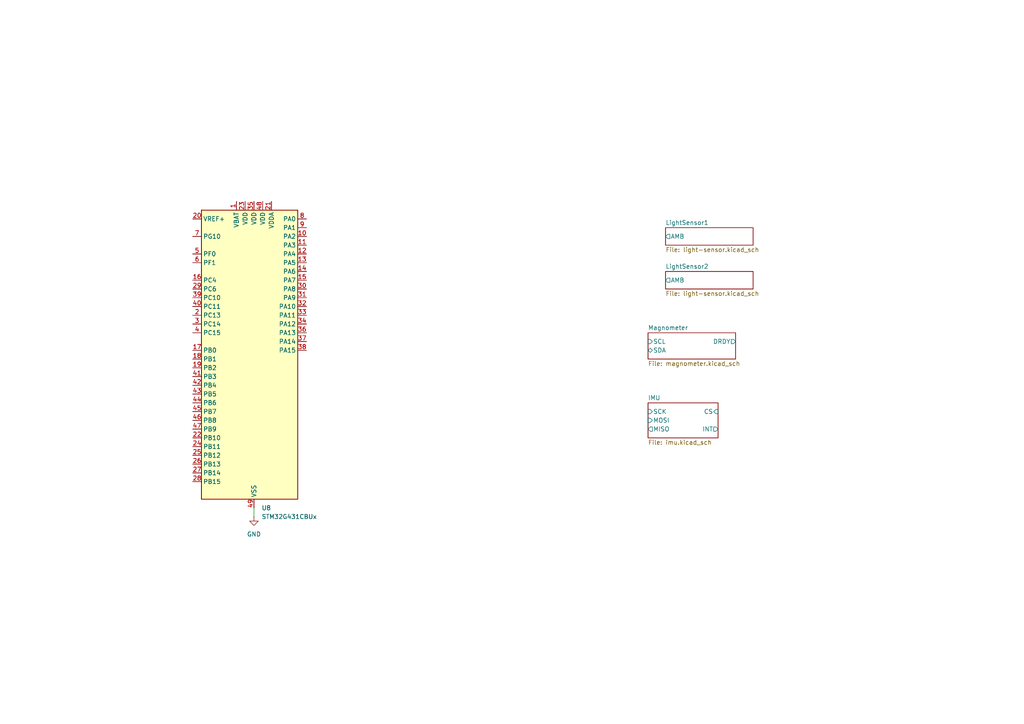
<source format=kicad_sch>
(kicad_sch (version 20231120) (generator "eeschema") (generator_version "8.0")
  (paper "A4")
  (lib_symbols
    (symbol "MCU_ST_STM32G4:STM32G431CBUx"
      (property "Reference" "U" (at -12.7 44.45 0))
      (property "Value" "STM32G431CBUx" (at 10.16 44.45 0))
      (symbol "STM32G431CBUx_0_1"
        (rectangle (start -12.7 -40.64) (end 15.24 43.18) (stroke (width 0.254)) (fill (type background)))
      )
      (symbol "STM32G431CBUx_1_1"
        (pin power_in line (at -2.54 45.72 270) (length 2.54) (name "VBAT") (number "1"))
        (pin bidirectional line (at 17.78 35.56 180) (length 2.54) (name "PA2") (number "10"))
        (pin bidirectional line (at 17.78 33.02 180) (length 2.54) (name "PA3") (number "11"))
        (pin bidirectional line (at 17.78 30.48 180) (length 2.54) (name "PA4") (number "12"))
        (pin bidirectional line (at 17.78 27.94 180) (length 2.54) (name "PA5") (number "13"))
        (pin bidirectional line (at 17.78 25.4 180) (length 2.54) (name "PA6") (number "14"))
        (pin bidirectional line (at 17.78 22.86 180) (length 2.54) (name "PA7") (number "15"))
        (pin bidirectional line (at -15.24 22.86 0) (length 2.54) (name "PC4") (number "16"))
        (pin bidirectional line (at -15.24 2.54 0) (length 2.54) (name "PB0") (number "17"))
        (pin bidirectional line (at -15.24 0 0) (length 2.54) (name "PB1") (number "18"))
        (pin bidirectional line (at -15.24 -2.54 0) (length 2.54) (name "PB2") (number "19"))
        (pin bidirectional line (at -15.24 12.7 0) (length 2.54) (name "PC13") (number "2"))
        (pin input line (at -15.24 40.64 0) (length 2.54) (name "VREF+") (number "20"))
        (pin power_in line (at 7.62 45.72 270) (length 2.54) (name "VDDA") (number "21"))
        (pin bidirectional line (at -15.24 -22.86 0) (length 2.54) (name "PB10") (number "22"))
        (pin power_in line (at 0 45.72 270) (length 2.54) (name "VDD") (number "23"))
        (pin bidirectional line (at -15.24 -25.4 0) (length 2.54) (name "PB11") (number "24"))
        (pin bidirectional line (at -15.24 -27.94 0) (length 2.54) (name "PB12") (number "25"))
        (pin bidirectional line (at -15.24 -30.48 0) (length 2.54) (name "PB13") (number "26"))
        (pin bidirectional line (at -15.24 -33.02 0) (length 2.54) (name "PB14") (number "27"))
        (pin bidirectional line (at -15.24 -35.56 0) (length 2.54) (name "PB15") (number "28"))
        (pin bidirectional line (at -15.24 20.32 0) (length 2.54) (name "PC6") (number "29"))
        (pin bidirectional line (at -15.24 10.16 0) (length 2.54) (name "PC14") (number "3"))
        (pin bidirectional line (at 17.78 20.32 180) (length 2.54) (name "PA8") (number "30"))
        (pin bidirectional line (at 17.78 17.78 180) (length 2.54) (name "PA9") (number "31"))
        (pin bidirectional line (at 17.78 15.24 180) (length 2.54) (name "PA10") (number "32"))
        (pin bidirectional line (at 17.78 12.7 180) (length 2.54) (name "PA11") (number "33"))
        (pin bidirectional line (at 17.78 10.16 180) (length 2.54) (name "PA12") (number "34"))
        (pin power_in line (at 2.54 45.72 270) (length 2.54) (name "VDD") (number "35"))
        (pin bidirectional line (at 17.78 7.62 180) (length 2.54) (name "PA13") (number "36"))
        (pin bidirectional line (at 17.78 5.08 180) (length 2.54) (name "PA14") (number "37"))
        (pin bidirectional line (at 17.78 2.54 180) (length 2.54) (name "PA15") (number "38"))
        (pin bidirectional line (at -15.24 17.78 0) (length 2.54) (name "PC10") (number "39"))
        (pin bidirectional line (at -15.24 7.62 0) (length 2.54) (name "PC15") (number "4"))
        (pin bidirectional line (at -15.24 15.24 0) (length 2.54) (name "PC11") (number "40"))
        (pin bidirectional line (at -15.24 -5.08 0) (length 2.54) (name "PB3") (number "41"))
        (pin bidirectional line (at -15.24 -7.62 0) (length 2.54) (name "PB4") (number "42"))
        (pin bidirectional line (at -15.24 -10.16 0) (length 2.54) (name "PB5") (number "43"))
        (pin bidirectional line (at -15.24 -12.7 0) (length 2.54) (name "PB6") (number "44"))
        (pin bidirectional line (at -15.24 -15.24 0) (length 2.54) (name "PB7") (number "45"))
        (pin bidirectional line (at -15.24 -17.78 0) (length 2.54) (name "PB8") (number "46"))
        (pin bidirectional line (at -15.24 -20.32 0) (length 2.54) (name "PB9") (number "47"))
        (pin power_in line (at 5.08 45.72 270) (length 2.54) (name "VDD") (number "48"))
        (pin power_in line (at 2.54 -43.18 90) (length 2.54) (name "VSS") (number "49"))
        (pin bidirectional line (at -15.24 30.48 0) (length 2.54) (name "PF0") (number "5"))
        (pin bidirectional line (at -15.24 27.94 0) (length 2.54) (name "PF1") (number "6"))
        (pin bidirectional line (at -15.24 35.56 0) (length 2.54) (name "PG10") (number "7"))
        (pin bidirectional line (at 17.78 40.64 180) (length 2.54) (name "PA0") (number "8"))
        (pin bidirectional line (at 17.78 38.1 180) (length 2.54) (name "PA1") (number "9"))
      )
    )
    (symbol "power:GND" (power) (pin_numbers hide) (pin_names (offset 0) hide)
      (property "Value" "GND" (at 0 -3.81 0))
      (symbol "GND_0_1"
        (polyline (pts (xy 0 0) (xy 0 -1.27) (xy 1.27 -1.27) (xy 0 -2.54) (xy -1.27 -1.27) (xy 0 -1.27)))
      )
      (symbol "GND_1_1"
        (pin power_in line (at 0 0 270) (length 0) (name "~") (number "1"))
      )
    )
  )
  (wire (pts (xy 73.66 147.32) (xy 73.66 149.86)))
  (symbol (lib_id "MCU_ST_STM32G4:STM32G431CBUx") (at 71.12 104.14 0) (unit 1)
    (property "Reference" "U8" (at 75.8541 147.32 0) (effects (justify left)))
    (property "Value" "STM32G431CBUx" (at 75.8541 149.86 0) (effects (justify left)))
    (property "Footprint" "Package_DFN_QFN:QFN-48-1EP_7x7mm_P0.5mm_EP5.6x5.6mm" (effects (hide yes)))
    (property "Datasheet" "https://www.st.com/resource/en/datasheet/stm32g431cb.pdf" (effects (hide yes)))
    (property "Description" "STMicroelectronics Arm Cortex-M4 MCU, 128KB flash, 32KB RAM, 170 MHz, 1.71-3.6V, 42 GPIO, UFQFPN48" (effects (hide yes)))
  )
  (symbol (lib_id "power:GND") (at 73.66 149.86 0) (unit 1)
    (property "Reference" "#PWR033" (effects (hide yes)))
    (property "Value" "GND" (at 73.66 154.94 0))
    (property "Description" "Power symbol creates a global label with name \"GND\" , ground" (effects (hide yes)))
  )
  (sheet (at 187.96 116.84) (size 20.32 10.16) (stroke (width 0.1524))
    (property "Sheetname" "IMU" (at 187.96 116.1284 0) (effects (justify left bottom)))
    (property "Sheetfile" "imu.kicad_sch" (at 187.96 127.5846 0) (effects (justify left top)))
    (pin "SCK" input (at 187.96 119.38 180))
    (pin "MOSI" input (at 187.96 121.92 180))
    (pin "MISO" output (at 187.96 124.46 180))
    (pin "CS" input (at 208.28 119.38 0))
    (pin "INT" output (at 208.28 124.46 0))
  )
  (sheet (at 187.96 96.52) (size 25.4 7.62) (stroke (width 0.1524))
    (property "Sheetname" "Magnometer" (at 187.96 95.8084 0) (effects (justify left bottom)))
    (property "Sheetfile" "magnometer.kicad_sch" (at 187.96 104.7246 0) (effects (justify left top)))
    (pin "DRDY" output (at 213.36 99.06 0))
    (pin "SCL" input (at 187.96 99.06 180))
    (pin "SDA" bidirectional (at 187.96 101.6 180))
  )
  (sheet (at 193.04 66.04) (size 25.4 5.08) (stroke (width 0.1524))
    (property "Sheetname" "LightSensor1" (at 193.04 65.3284 0) (effects (justify left bottom)))
    (property "Sheetfile" "light-sensor.kicad_sch" (at 193.04 71.7046 0) (effects (justify left top)))
    (pin "AMB" output (at 193.04 68.58 180))
  )
  (sheet (at 193.04 78.74) (size 25.4 5.08) (stroke (width 0.1524))
    (property "Sheetname" "LightSensor2" (at 193.04 78.0284 0) (effects (justify left bottom)))
    (property "Sheetfile" "light-sensor.kicad_sch" (at 193.04 84.4046 0) (effects (justify left top)))
    (pin "AMB" output (at 193.04 81.28 180))
  )
)
</source>
